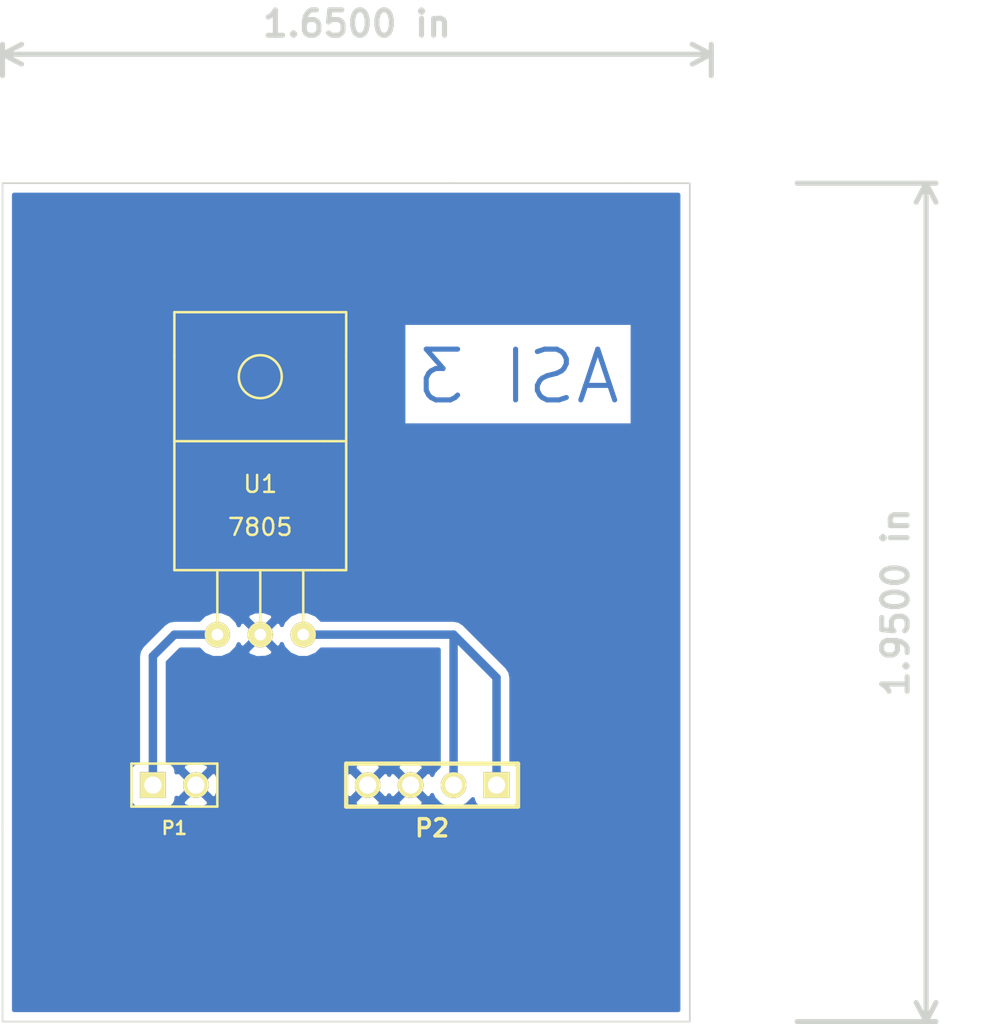
<source format=kicad_pcb>
(kicad_pcb (version 3) (host pcbnew "(2013-04-19 BZR 4011)-stable")

  (general
    (links 6)
    (no_connects 0)
    (area 176.479999 113.990001 239.139999 174.040001)
    (thickness 1.6)
    (drawings 11)
    (tracks 7)
    (zones 0)
    (modules 3)
    (nets 4)
  )

  (page A3)
  (layers
    (15 Dessus.Cu signal)
    (0 Dessous.Cu signal)
    (16 Dessous.Adhes user)
    (17 Dessus.Adhes user)
    (18 Dessous.Pate user)
    (19 Dessus.Pate user)
    (20 Dessous.SilkS user)
    (21 Dessus.SilkS user)
    (22 Dessous.Masque user)
    (23 Dessus.Masque user)
    (24 Dessin.User user)
    (25 Cmts.User user)
    (26 Eco1.User user)
    (27 Eco2.User user)
    (28 Contours.Ci user)
  )

  (setup
    (last_trace_width 0.5)
    (trace_clearance 0.254)
    (zone_clearance 0.508)
    (zone_45_only no)
    (trace_min 0.254)
    (segment_width 0.2)
    (edge_width 0.1)
    (via_size 0.889)
    (via_drill 0.635)
    (via_min_size 0.889)
    (via_min_drill 0.508)
    (uvia_size 0.508)
    (uvia_drill 0.127)
    (uvias_allowed no)
    (uvia_min_size 0.508)
    (uvia_min_drill 0.127)
    (pcb_text_width 0.3)
    (pcb_text_size 1.5 1.5)
    (mod_edge_width 0.15)
    (mod_text_size 1 1)
    (mod_text_width 0.15)
    (pad_size 1.5 1.5)
    (pad_drill 0.6)
    (pad_to_mask_clearance 0)
    (aux_axis_origin 0 0)
    (visible_elements 7FFFFFFF)
    (pcbplotparams
      (layerselection 3178497)
      (usegerberextensions true)
      (excludeedgelayer true)
      (linewidth 152400)
      (plotframeref false)
      (viasonmask false)
      (mode 1)
      (useauxorigin false)
      (hpglpennumber 1)
      (hpglpenspeed 20)
      (hpglpendiameter 15)
      (hpglpenoverlay 2)
      (psnegative false)
      (psa4output false)
      (plotreference true)
      (plotvalue true)
      (plotothertext true)
      (plotinvisibletext false)
      (padsonsilk false)
      (subtractmaskfromsilk false)
      (outputformat 1)
      (mirror false)
      (drillshape 1)
      (scaleselection 1)
      (outputdirectory ""))
  )

  (net 0 "")
  (net 1 N-000001)
  (net 2 N-000002)
  (net 3 N-000003)

  (net_class Default "Ceci est la Netclass par défaut"
    (clearance 0.254)
    (trace_width 0.5)
    (via_dia 0.889)
    (via_drill 0.635)
    (uvia_dia 0.508)
    (uvia_drill 0.127)
    (add_net "")
    (add_net N-000001)
    (add_net N-000002)
    (add_net N-000003)
  )

  (module PIN_ARRAY_4x1 (layer Dessus.Cu) (tedit 4C10F42E) (tstamp 527EBF5E)
    (at 201.93 160.02 180)
    (descr "Double rangee de contacts 2 x 5 pins")
    (tags CONN)
    (path /527EB6CC)
    (fp_text reference P2 (at 0 -2.54 180) (layer Dessus.SilkS)
      (effects (font (size 1.016 1.016) (thickness 0.2032)))
    )
    (fp_text value CONN_4 (at 0 2.54 180) (layer Dessus.SilkS) hide
      (effects (font (size 1.016 1.016) (thickness 0.2032)))
    )
    (fp_line (start 5.08 1.27) (end -5.08 1.27) (layer Dessus.SilkS) (width 0.254))
    (fp_line (start 5.08 -1.27) (end -5.08 -1.27) (layer Dessus.SilkS) (width 0.254))
    (fp_line (start -5.08 -1.27) (end -5.08 1.27) (layer Dessus.SilkS) (width 0.254))
    (fp_line (start 5.08 1.27) (end 5.08 -1.27) (layer Dessus.SilkS) (width 0.254))
    (pad 1 thru_hole rect (at -3.81 0 180) (size 1.524 1.524) (drill 1.016)
      (layers *.Cu *.Mask Dessus.SilkS)
      (net 2 N-000002)
    )
    (pad 2 thru_hole circle (at -1.27 0 180) (size 1.524 1.524) (drill 1.016)
      (layers *.Cu *.Mask Dessus.SilkS)
      (net 2 N-000002)
    )
    (pad 3 thru_hole circle (at 1.27 0 180) (size 1.524 1.524) (drill 1.016)
      (layers *.Cu *.Mask Dessus.SilkS)
      (net 1 N-000001)
    )
    (pad 4 thru_hole circle (at 3.81 0 180) (size 1.524 1.524) (drill 1.016)
      (layers *.Cu *.Mask Dessus.SilkS)
      (net 1 N-000001)
    )
    (model pin_array\pins_array_4x1.wrl
      (at (xyz 0 0 0))
      (scale (xyz 1 1 1))
      (rotate (xyz 0 0 0))
    )
  )

  (module PIN_ARRAY_2X1 (layer Dessus.Cu) (tedit 527F5049) (tstamp 527EBF68)
    (at 186.69 160.02)
    (descr "Connecteurs 2 pins")
    (tags "CONN DEV")
    (path /527EB52E)
    (fp_text reference P1 (at 0 2.54) (layer Dessus.SilkS)
      (effects (font (size 0.762 0.762) (thickness 0.1524)))
    )
    (fp_text value CONN_2 (at 0 -1.905) (layer Dessus.SilkS) hide
      (effects (font (size 0.762 0.762) (thickness 0.1524)))
    )
    (fp_line (start -2.54 1.27) (end -2.54 -1.27) (layer Dessus.SilkS) (width 0.1524))
    (fp_line (start -2.54 -1.27) (end 2.54 -1.27) (layer Dessus.SilkS) (width 0.1524))
    (fp_line (start 2.54 -1.27) (end 2.54 1.27) (layer Dessus.SilkS) (width 0.1524))
    (fp_line (start 2.54 1.27) (end -2.54 1.27) (layer Dessus.SilkS) (width 0.1524))
    (pad 1 thru_hole rect (at -1.27 0) (size 1.524 1.524) (drill 1.016)
      (layers *.Cu *.Mask Dessus.SilkS)
      (net 3 N-000003)
    )
    (pad 2 thru_hole circle (at 1.27 0) (size 1.524 1.524) (drill 1.016)
      (layers *.Cu *.Mask Dessus.SilkS)
      (net 1 N-000001)
    )
    (model pin_array/pins_array_2x1.wrl
      (at (xyz 0 0 0))
      (scale (xyz 1 1 1))
      (rotate (xyz 0 0 0))
    )
  )

  (module 7805 (layer Dessus.Cu) (tedit 527F4EAC) (tstamp 527FABB3)
    (at 191.77 143.51)
    (path /527EB4C8)
    (fp_text reference U1 (at 0 -1.27) (layer Dessus.SilkS)
      (effects (font (size 1 1) (thickness 0.15)))
    )
    (fp_text value 7805 (at 0 1.27) (layer Dessus.SilkS)
      (effects (font (size 1 1) (thickness 0.15)))
    )
    (fp_circle (center 0 -7.62) (end 1.27 -7.62) (layer Dessus.SilkS) (width 0.15))
    (fp_line (start -5.08 -8.89) (end -5.08 -11.43) (layer Dessus.SilkS) (width 0.15))
    (fp_line (start -5.08 -11.43) (end 5.08 -11.43) (layer Dessus.SilkS) (width 0.15))
    (fp_line (start 5.08 -11.43) (end 5.08 -8.89) (layer Dessus.SilkS) (width 0.15))
    (fp_line (start 2.54 3.81) (end 2.54 7.62) (layer Dessus.SilkS) (width 0.15))
    (fp_line (start 0 3.81) (end 0 7.62) (layer Dessus.SilkS) (width 0.15))
    (fp_line (start -2.54 3.81) (end -2.54 7.62) (layer Dessus.SilkS) (width 0.15))
    (fp_line (start 5.08 -3.81) (end 5.08 3.81) (layer Dessus.SilkS) (width 0.15))
    (fp_line (start 5.08 3.81) (end 3.81 3.81) (layer Dessus.SilkS) (width 0.15))
    (fp_line (start 5.08 -8.89) (end 5.08 -3.81) (layer Dessus.SilkS) (width 0.15))
    (fp_line (start 5.08 -3.81) (end 3.81 -3.81) (layer Dessus.SilkS) (width 0.15))
    (fp_line (start -5.08 -3.81) (end 3.81 -3.81) (layer Dessus.SilkS) (width 0.15))
    (fp_line (start 3.81 3.81) (end -5.08 3.81) (layer Dessus.SilkS) (width 0.15))
    (fp_line (start -5.08 3.81) (end -5.08 -8.89) (layer Dessus.SilkS) (width 0.15))
    (pad VI thru_hole circle (at -2.54 7.62) (size 1.5 1.5) (drill 0.69)
      (layers *.Cu *.Mask Dessus.SilkS)
      (net 3 N-000003)
    )
    (pad GND thru_hole circle (at 0 7.62) (size 1.5 1.5) (drill 0.69)
      (layers *.Cu *.Mask Dessus.SilkS)
      (net 1 N-000001)
    )
    (pad VO thru_hole circle (at 2.54 7.62) (size 1.5 1.5) (drill 0.69)
      (layers *.Cu *.Mask Dessus.SilkS)
      (net 2 N-000002)
    )
  )

  (dimension 49.53 (width 0.3) (layer Contours.Ci)
    (gr_text "49,530 mm" (at 232.489999 149.225 270) (layer Contours.Ci)
      (effects (font (size 1.5 1.5) (thickness 0.3)))
    )
    (feature1 (pts (xy 223.52 173.99) (xy 233.839999 173.99)))
    (feature2 (pts (xy 223.52 124.46) (xy 233.839999 124.46)))
    (crossbar (pts (xy 231.139999 124.46) (xy 231.139999 173.99)))
    (arrow1a (pts (xy 231.139999 173.99) (xy 230.553579 172.863497)))
    (arrow1b (pts (xy 231.139999 173.99) (xy 231.726419 172.863497)))
    (arrow2a (pts (xy 231.139999 124.46) (xy 230.553579 125.586503)))
    (arrow2b (pts (xy 231.139999 124.46) (xy 231.726419 125.586503)))
  )
  (gr_line (start 217.17 173.99) (end 217.17 162.56) (angle 90) (layer Contours.Ci) (width 0.1))
  (gr_line (start 176.53 173.99) (end 217.17 173.99) (angle 90) (layer Contours.Ci) (width 0.1))
  (gr_line (start 176.53 162.56) (end 176.53 173.99) (angle 90) (layer Contours.Ci) (width 0.1))
  (gr_text "ASI 3" (at 207.01 135.89) (layer Dessous.Cu)
    (effects (font (size 3 3) (thickness 0.3)) (justify mirror))
  )
  (dimension 41.91 (width 0.3) (layer Contours.Ci)
    (gr_text "41,910 mm" (at 197.485 115.490001) (layer Contours.Ci)
      (effects (font (size 1.5 1.5) (thickness 0.3)))
    )
    (feature1 (pts (xy 218.44 118.11) (xy 218.44 114.140001)))
    (feature2 (pts (xy 176.53 118.11) (xy 176.53 114.140001)))
    (crossbar (pts (xy 176.53 116.840001) (xy 218.44 116.840001)))
    (arrow1a (pts (xy 218.44 116.840001) (xy 217.313497 117.426421)))
    (arrow1b (pts (xy 218.44 116.840001) (xy 217.313497 116.253581)))
    (arrow2a (pts (xy 176.53 116.840001) (xy 177.656503 117.426421)))
    (arrow2b (pts (xy 176.53 116.840001) (xy 177.656503 116.253581)))
  )
  (gr_line (start 217.17 124.46) (end 217.17 162.56) (angle 90) (layer Contours.Ci) (width 0.1))
  (gr_line (start 213.36 124.46) (end 217.17 124.46) (angle 90) (layer Contours.Ci) (width 0.1))
  (gr_line (start 203.2 124.46) (end 213.36 124.46) (angle 90) (layer Contours.Ci) (width 0.1))
  (gr_line (start 176.53 124.46) (end 203.2 124.46) (angle 90) (layer Contours.Ci) (width 0.1))
  (gr_line (start 176.53 162.56) (end 176.53 124.46) (angle 90) (layer Contours.Ci) (width 0.1))

  (segment (start 203.2 160.02) (end 203.2 151.13) (width 0.5) (layer Dessous.Cu) (net 2) (status 400000))
  (segment (start 194.31 151.13) (end 203.2 151.13) (width 0.5) (layer Dessous.Cu) (net 2) (status 400000))
  (segment (start 205.74 153.67) (end 205.74 160.02) (width 0.5) (layer Dessous.Cu) (net 2) (tstamp 52868321) (status 800000))
  (segment (start 203.2 151.13) (end 205.74 153.67) (width 0.5) (layer Dessous.Cu) (net 2) (tstamp 5286831E))
  (segment (start 189.23 151.13) (end 186.69 151.13) (width 0.5) (layer Dessous.Cu) (net 3) (status 400000))
  (segment (start 185.42 152.4) (end 185.42 160.02) (width 0.5) (layer Dessous.Cu) (net 3) (tstamp 52868328) (status 800000))
  (segment (start 186.69 151.13) (end 185.42 152.4) (width 0.5) (layer Dessous.Cu) (net 3) (tstamp 52868327))

  (zone (net 1) (net_name N-000001) (layer Dessous.Cu) (tstamp 52868335) (hatch edge 0.508)
    (connect_pads (clearance 0.508))
    (min_thickness 0.254)
    (fill (arc_segments 16) (thermal_gap 0.508) (thermal_bridge_width 0.508))
    (polygon
      (pts
        (xy 217.17 173.99) (xy 176.53 173.99) (xy 176.53 124.46) (xy 217.17 124.46)
      )
    )
    (filled_polygon
      (pts
        (xy 216.485 173.305) (xy 213.795 173.305) (xy 213.795 138.775) (xy 213.795 132.705) (xy 200.225 132.705)
        (xy 200.225 138.775) (xy 213.795 138.775) (xy 213.795 173.305) (xy 207.13711 173.305) (xy 207.13711 160.656245)
        (xy 207.13711 159.132245) (xy 207.040641 158.898771) (xy 206.862168 158.719987) (xy 206.628864 158.623111) (xy 206.625 158.623107)
        (xy 206.625 153.67) (xy 206.557633 153.331325) (xy 206.36579 153.04421) (xy 206.365786 153.044207) (xy 203.82579 150.50421)
        (xy 203.538675 150.312367) (xy 203.482484 150.301189) (xy 203.2 150.244999) (xy 203.199994 150.245) (xy 195.38352 150.245)
        (xy 195.095563 149.956539) (xy 194.586702 149.745242) (xy 194.035715 149.744761) (xy 193.526486 149.95517) (xy 193.136539 150.344437)
        (xy 193.046621 150.560982) (xy 192.982458 150.406078) (xy 192.741517 150.338088) (xy 192.561912 150.517693) (xy 192.561912 150.158483)
        (xy 192.493922 149.917542) (xy 191.97483 149.732802) (xy 191.424554 149.760772) (xy 191.046078 149.917542) (xy 190.978088 150.158483)
        (xy 191.77 150.950395) (xy 192.561912 150.158483) (xy 192.561912 150.517693) (xy 191.949605 151.13) (xy 192.741517 151.921912)
        (xy 192.982458 151.853922) (xy 193.04173 151.687373) (xy 193.13517 151.913514) (xy 193.524437 152.303461) (xy 194.033298 152.514758)
        (xy 194.584285 152.515239) (xy 195.093514 152.30483) (xy 195.38385 152.015) (xy 202.315 152.015) (xy 202.315 158.929522)
        (xy 202.016372 159.22763) (xy 201.936605 159.41973) (xy 201.882396 159.288858) (xy 201.640212 159.219393) (xy 201.460607 159.398998)
        (xy 201.460607 159.039788) (xy 201.391142 158.797604) (xy 200.867696 158.610857) (xy 200.312631 158.63864) (xy 199.928858 158.797604)
        (xy 199.859393 159.039788) (xy 200.66 159.840395) (xy 201.460607 159.039788) (xy 201.460607 159.398998) (xy 200.839605 160.02)
        (xy 201.640212 160.820607) (xy 201.882396 160.751142) (xy 201.932508 160.610678) (xy 202.014991 160.810303) (xy 202.40763 161.203628)
        (xy 202.920901 161.416756) (xy 203.476661 161.417241) (xy 203.990303 161.205009) (xy 204.34289 160.853036) (xy 204.34289 160.907755)
        (xy 204.439359 161.141229) (xy 204.617832 161.320013) (xy 204.851136 161.416889) (xy 205.103755 161.41711) (xy 206.627755 161.41711)
        (xy 206.861229 161.320641) (xy 207.040013 161.142168) (xy 207.136889 160.908864) (xy 207.13711 160.656245) (xy 207.13711 173.305)
        (xy 201.460607 173.305) (xy 201.460607 161.000212) (xy 200.66 160.199605) (xy 200.480395 160.37921) (xy 200.480395 160.02)
        (xy 199.679788 159.219393) (xy 199.437604 159.288858) (xy 199.393547 159.412347) (xy 199.342396 159.288858) (xy 199.100212 159.219393)
        (xy 198.920607 159.398998) (xy 198.920607 159.039788) (xy 198.851142 158.797604) (xy 198.327696 158.610857) (xy 197.772631 158.63864)
        (xy 197.388858 158.797604) (xy 197.319393 159.039788) (xy 198.12 159.840395) (xy 198.920607 159.039788) (xy 198.920607 159.398998)
        (xy 198.299605 160.02) (xy 199.100212 160.820607) (xy 199.342396 160.751142) (xy 199.386452 160.627652) (xy 199.437604 160.751142)
        (xy 199.679788 160.820607) (xy 200.480395 160.02) (xy 200.480395 160.37921) (xy 199.859393 161.000212) (xy 199.928858 161.242396)
        (xy 200.452304 161.429143) (xy 201.007369 161.40136) (xy 201.391142 161.242396) (xy 201.460607 161.000212) (xy 201.460607 173.305)
        (xy 198.920607 173.305) (xy 198.920607 161.000212) (xy 198.12 160.199605) (xy 197.940395 160.37921) (xy 197.940395 160.02)
        (xy 197.139788 159.219393) (xy 196.897604 159.288858) (xy 196.710857 159.812304) (xy 196.73864 160.367369) (xy 196.897604 160.751142)
        (xy 197.139788 160.820607) (xy 197.940395 160.02) (xy 197.940395 160.37921) (xy 197.319393 161.000212) (xy 197.388858 161.242396)
        (xy 197.912304 161.429143) (xy 198.467369 161.40136) (xy 198.851142 161.242396) (xy 198.920607 161.000212) (xy 198.920607 173.305)
        (xy 192.561912 173.305) (xy 192.561912 152.101517) (xy 191.77 151.309605) (xy 191.590395 151.48921) (xy 191.590395 151.13)
        (xy 190.798483 150.338088) (xy 190.557542 150.406078) (xy 190.498269 150.572626) (xy 190.40483 150.346486) (xy 190.015563 149.956539)
        (xy 189.506702 149.745242) (xy 188.955715 149.744761) (xy 188.446486 149.95517) (xy 188.156149 150.245) (xy 186.690005 150.245)
        (xy 186.69 150.244999) (xy 186.351325 150.312367) (xy 186.06421 150.50421) (xy 186.064207 150.504213) (xy 184.79421 151.77421)
        (xy 184.602367 152.061325) (xy 184.591189 152.117515) (xy 184.534999 152.4) (xy 184.535 152.400005) (xy 184.535 158.62289)
        (xy 184.532245 158.62289) (xy 184.298771 158.719359) (xy 184.119987 158.897832) (xy 184.023111 159.131136) (xy 184.02289 159.383755)
        (xy 184.02289 160.907755) (xy 184.119359 161.141229) (xy 184.297832 161.320013) (xy 184.531136 161.416889) (xy 184.783755 161.41711)
        (xy 186.307755 161.41711) (xy 186.541229 161.320641) (xy 186.720013 161.142168) (xy 186.816889 160.908864) (xy 186.817007 160.773916)
        (xy 186.979788 160.820607) (xy 187.780395 160.02) (xy 186.979788 159.219393) (xy 186.81711 159.266053) (xy 186.81711 159.132245)
        (xy 186.720641 158.898771) (xy 186.542168 158.719987) (xy 186.308864 158.623111) (xy 186.305 158.623107) (xy 186.305 152.766579)
        (xy 187.056579 152.015) (xy 188.156479 152.015) (xy 188.444437 152.303461) (xy 188.953298 152.514758) (xy 189.504285 152.515239)
        (xy 190.013514 152.30483) (xy 190.403461 151.915563) (xy 190.493378 151.699017) (xy 190.557542 151.853922) (xy 190.798483 151.921912)
        (xy 191.590395 151.13) (xy 191.590395 151.48921) (xy 190.978088 152.101517) (xy 191.046078 152.342458) (xy 191.56517 152.527198)
        (xy 192.115446 152.499228) (xy 192.493922 152.342458) (xy 192.561912 152.101517) (xy 192.561912 173.305) (xy 189.369143 173.305)
        (xy 189.369143 160.227696) (xy 189.34136 159.672631) (xy 189.182396 159.288858) (xy 188.940212 159.219393) (xy 188.760607 159.398998)
        (xy 188.760607 159.039788) (xy 188.691142 158.797604) (xy 188.167696 158.610857) (xy 187.612631 158.63864) (xy 187.228858 158.797604)
        (xy 187.159393 159.039788) (xy 187.96 159.840395) (xy 188.760607 159.039788) (xy 188.760607 159.398998) (xy 188.139605 160.02)
        (xy 188.940212 160.820607) (xy 189.182396 160.751142) (xy 189.369143 160.227696) (xy 189.369143 173.305) (xy 188.760607 173.305)
        (xy 188.760607 161.000212) (xy 187.96 160.199605) (xy 187.159393 161.000212) (xy 187.228858 161.242396) (xy 187.752304 161.429143)
        (xy 188.307369 161.40136) (xy 188.691142 161.242396) (xy 188.760607 161.000212) (xy 188.760607 173.305) (xy 177.215 173.305)
        (xy 177.215 162.56) (xy 177.215 125.145) (xy 203.2 125.145) (xy 213.36 125.145) (xy 216.485 125.145)
        (xy 216.485 162.56) (xy 216.485 173.305)
      )
    )
  )
)

</source>
